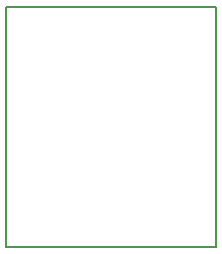
<source format=gko>
G04 DipTrace 2.4.0.2*
%INBoardOutline.gko*%
%MOIN*%
%ADD11C,0.006*%
%FSLAX44Y44*%
G04*
G70*
G90*
G75*
G01*
%LNBoardOutline*%
%LPD*%
X10940Y11940D2*
D11*
Y3940D1*
X3940D1*
Y11940D1*
X10940D1*
M02*

</source>
